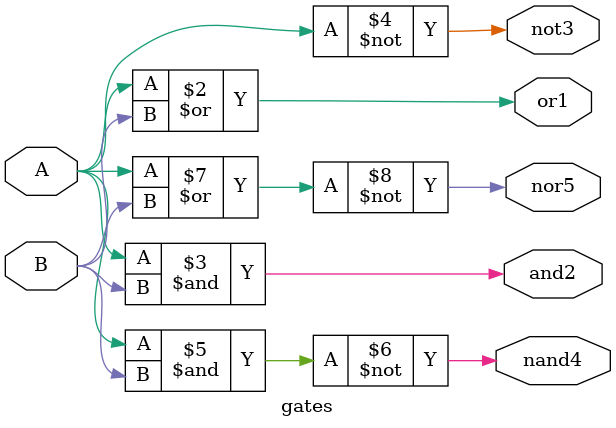
<source format=v>
module gates(A,B,or1,and2,not3,nand4,nor5);
input A;
input B;
output or1;
output and2;
output not3;
output nand4;
output nor5;

reg or1;
reg and2;
reg not3;
reg nand4;
reg nor5;
always @(A or B)
begin
	or1=A|B;
	and2=A&B;
	not3=~A;
	nand4=~(A&B);
	nor5=~(A|B);
end
endmodule

</source>
